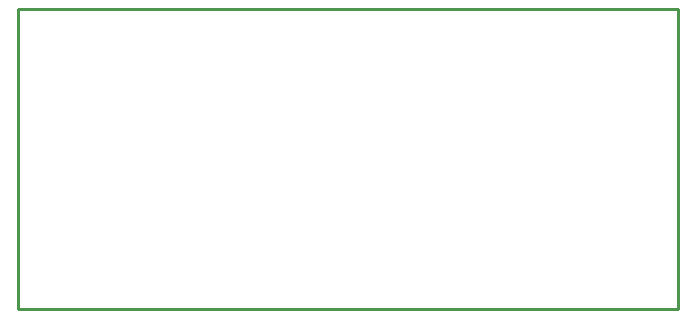
<source format=gbr>
G04 start of page 14 for group -4078 idx -4078 *
G04 Title: (unknown), bottomsilk *
G04 Creator: pcb 20140316 *
G04 CreationDate: Mon 05 Jul 2021 10:39:17 PM GMT UTC *
G04 For: steve *
G04 Format: Gerber/RS-274X *
G04 PCB-Dimensions (mil): 2200.00 1000.00 *
G04 PCB-Coordinate-Origin: lower left *
%MOIN*%
%FSLAX25Y25*%
%LNBOTTOMSILK*%
%ADD74C,0.0100*%
G54D74*X0Y100000D02*Y0D01*
Y100000D02*X220000D01*
X0Y0D02*X220000D01*
Y100000D02*Y0D01*
M02*

</source>
